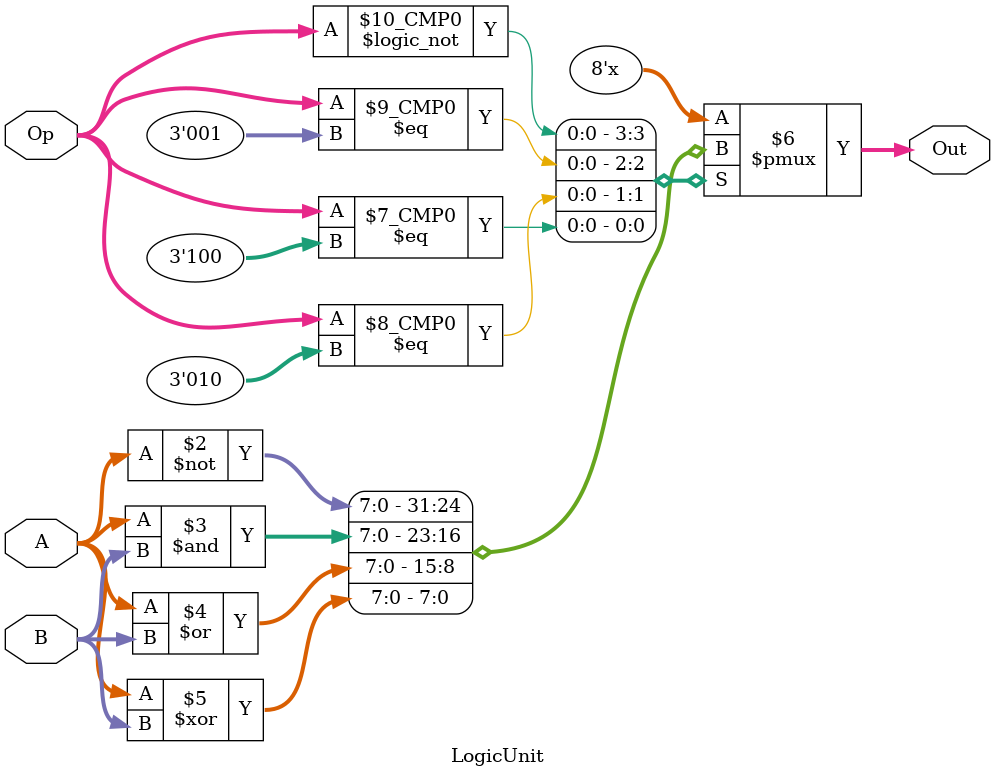
<source format=v>
`timescale 1ns / 1ps
module LogicUnit(A, B, Op, Out);
	input[7:0] A, B;
	input[2:0] Op;	//000-NOT A, 001-A AND B, 010-A OR B, 100-A XOR B
	output reg[7:0] Out;
	
	always @ (Op or A or B) begin
		case(Op)
			3'b000: Out <= ~A;
			3'b001: Out <= A & B;
			3'b010: Out <= A | B;
			3'b100: Out <= A ^ B;
		endcase 
	end
	
endmodule

</source>
